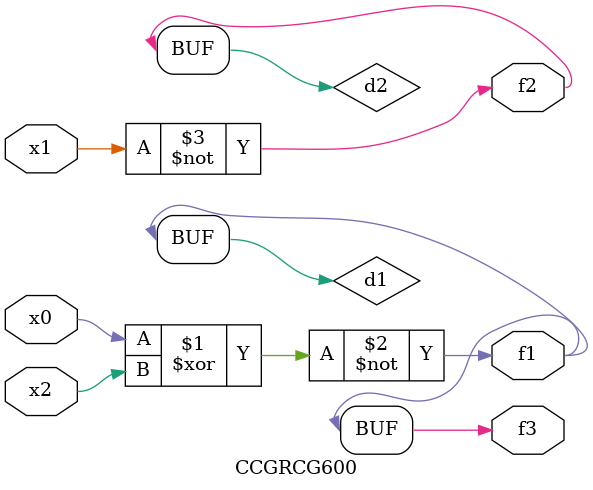
<source format=v>
module CCGRCG600(
	input x0, x1, x2,
	output f1, f2, f3
);

	wire d1, d2, d3;

	xnor (d1, x0, x2);
	nand (d2, x1);
	nor (d3, x1, x2);
	assign f1 = d1;
	assign f2 = d2;
	assign f3 = d1;
endmodule

</source>
